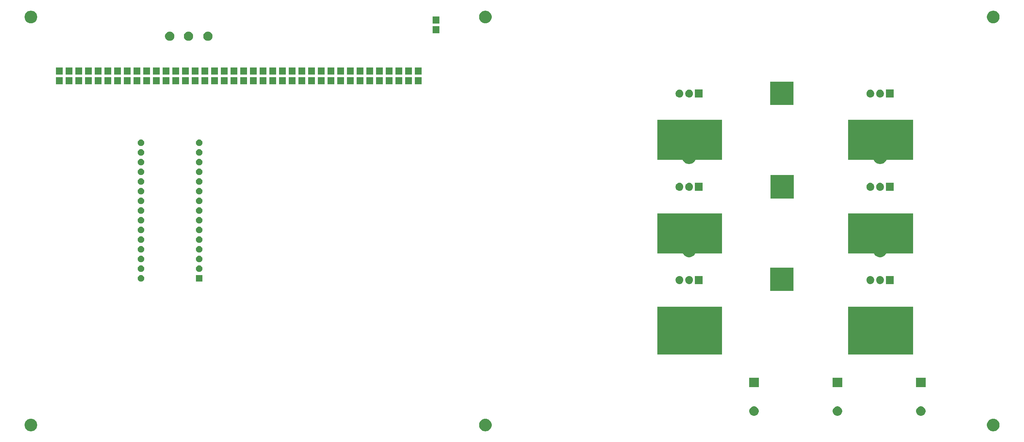
<source format=gbr>
G04 #@! TF.GenerationSoftware,KiCad,Pcbnew,(5.1.5)-3*
G04 #@! TF.CreationDate,2020-11-01T19:56:02+02:00*
G04 #@! TF.ProjectId,BLDC_FUSION_2020,424c4443-5f46-4555-9349-4f4e5f323032,2 Not Ordered*
G04 #@! TF.SameCoordinates,PX6dac2c0PY8583b00*
G04 #@! TF.FileFunction,Soldermask,Bot*
G04 #@! TF.FilePolarity,Negative*
%FSLAX46Y46*%
G04 Gerber Fmt 4.6, Leading zero omitted, Abs format (unit mm)*
G04 Created by KiCad (PCBNEW (5.1.5)-3) date 2020-11-01 19:56:02*
%MOMM*%
%LPD*%
G04 APERTURE LIST*
%ADD10C,0.100000*%
G04 APERTURE END LIST*
D10*
G36*
X256375256Y5608702D02*
G01*
X256481579Y5587553D01*
X256782042Y5463097D01*
X257052451Y5282415D01*
X257282415Y5052451D01*
X257463097Y4782042D01*
X257587553Y4481579D01*
X257651000Y4162609D01*
X257651000Y3837391D01*
X257587553Y3518421D01*
X257463097Y3217958D01*
X257282415Y2947549D01*
X257052451Y2717585D01*
X256782042Y2536903D01*
X256481579Y2412447D01*
X256375256Y2391298D01*
X256162611Y2349000D01*
X255837389Y2349000D01*
X255624744Y2391298D01*
X255518421Y2412447D01*
X255217958Y2536903D01*
X254947549Y2717585D01*
X254717585Y2947549D01*
X254536903Y3217958D01*
X254412447Y3518421D01*
X254349000Y3837391D01*
X254349000Y4162609D01*
X254412447Y4481579D01*
X254536903Y4782042D01*
X254717585Y5052451D01*
X254947549Y5282415D01*
X255217958Y5463097D01*
X255518421Y5587553D01*
X255624744Y5608702D01*
X255837389Y5651000D01*
X256162611Y5651000D01*
X256375256Y5608702D01*
G37*
G36*
X123375256Y5608702D02*
G01*
X123481579Y5587553D01*
X123782042Y5463097D01*
X124052451Y5282415D01*
X124282415Y5052451D01*
X124463097Y4782042D01*
X124587553Y4481579D01*
X124651000Y4162609D01*
X124651000Y3837391D01*
X124587553Y3518421D01*
X124463097Y3217958D01*
X124282415Y2947549D01*
X124052451Y2717585D01*
X123782042Y2536903D01*
X123481579Y2412447D01*
X123375256Y2391298D01*
X123162611Y2349000D01*
X122837389Y2349000D01*
X122624744Y2391298D01*
X122518421Y2412447D01*
X122217958Y2536903D01*
X121947549Y2717585D01*
X121717585Y2947549D01*
X121536903Y3217958D01*
X121412447Y3518421D01*
X121349000Y3837391D01*
X121349000Y4162609D01*
X121412447Y4481579D01*
X121536903Y4782042D01*
X121717585Y5052451D01*
X121947549Y5282415D01*
X122217958Y5463097D01*
X122518421Y5587553D01*
X122624744Y5608702D01*
X122837389Y5651000D01*
X123162611Y5651000D01*
X123375256Y5608702D01*
G37*
G36*
X4375256Y5608702D02*
G01*
X4481579Y5587553D01*
X4782042Y5463097D01*
X5052451Y5282415D01*
X5282415Y5052451D01*
X5463097Y4782042D01*
X5587553Y4481579D01*
X5651000Y4162609D01*
X5651000Y3837391D01*
X5587553Y3518421D01*
X5463097Y3217958D01*
X5282415Y2947549D01*
X5052451Y2717585D01*
X4782042Y2536903D01*
X4481579Y2412447D01*
X4375256Y2391298D01*
X4162611Y2349000D01*
X3837389Y2349000D01*
X3624744Y2391298D01*
X3518421Y2412447D01*
X3217958Y2536903D01*
X2947549Y2717585D01*
X2717585Y2947549D01*
X2536903Y3217958D01*
X2412447Y3518421D01*
X2349000Y3837391D01*
X2349000Y4162609D01*
X2412447Y4481579D01*
X2536903Y4782042D01*
X2717585Y5052451D01*
X2947549Y5282415D01*
X3217958Y5463097D01*
X3518421Y5587553D01*
X3624744Y5608702D01*
X3837389Y5651000D01*
X4162611Y5651000D01*
X4375256Y5608702D01*
G37*
G36*
X193720903Y8861925D02*
G01*
X193948571Y8767622D01*
X194153466Y8630715D01*
X194327715Y8456466D01*
X194464622Y8251571D01*
X194558925Y8023903D01*
X194607000Y7782213D01*
X194607000Y7535787D01*
X194558925Y7294097D01*
X194464622Y7066429D01*
X194327715Y6861534D01*
X194153466Y6687285D01*
X193948571Y6550378D01*
X193948570Y6550377D01*
X193948569Y6550377D01*
X193720903Y6456075D01*
X193479214Y6408000D01*
X193232786Y6408000D01*
X192991097Y6456075D01*
X192763431Y6550377D01*
X192763430Y6550377D01*
X192763429Y6550378D01*
X192558534Y6687285D01*
X192384285Y6861534D01*
X192247378Y7066429D01*
X192153075Y7294097D01*
X192105000Y7535787D01*
X192105000Y7782213D01*
X192153075Y8023903D01*
X192247378Y8251571D01*
X192384285Y8456466D01*
X192558534Y8630715D01*
X192763429Y8767622D01*
X192991097Y8861925D01*
X193232786Y8910000D01*
X193479214Y8910000D01*
X193720903Y8861925D01*
G37*
G36*
X215564903Y8861925D02*
G01*
X215792571Y8767622D01*
X215997466Y8630715D01*
X216171715Y8456466D01*
X216308622Y8251571D01*
X216402925Y8023903D01*
X216451000Y7782213D01*
X216451000Y7535787D01*
X216402925Y7294097D01*
X216308622Y7066429D01*
X216171715Y6861534D01*
X215997466Y6687285D01*
X215792571Y6550378D01*
X215792570Y6550377D01*
X215792569Y6550377D01*
X215564903Y6456075D01*
X215323214Y6408000D01*
X215076786Y6408000D01*
X214835097Y6456075D01*
X214607431Y6550377D01*
X214607430Y6550377D01*
X214607429Y6550378D01*
X214402534Y6687285D01*
X214228285Y6861534D01*
X214091378Y7066429D01*
X213997075Y7294097D01*
X213949000Y7535787D01*
X213949000Y7782213D01*
X213997075Y8023903D01*
X214091378Y8251571D01*
X214228285Y8456466D01*
X214402534Y8630715D01*
X214607429Y8767622D01*
X214835097Y8861925D01*
X215076786Y8910000D01*
X215323214Y8910000D01*
X215564903Y8861925D01*
G37*
G36*
X237408903Y8861925D02*
G01*
X237636571Y8767622D01*
X237841466Y8630715D01*
X238015715Y8456466D01*
X238152622Y8251571D01*
X238246925Y8023903D01*
X238295000Y7782213D01*
X238295000Y7535787D01*
X238246925Y7294097D01*
X238152622Y7066429D01*
X238015715Y6861534D01*
X237841466Y6687285D01*
X237636571Y6550378D01*
X237636570Y6550377D01*
X237636569Y6550377D01*
X237408903Y6456075D01*
X237167214Y6408000D01*
X236920786Y6408000D01*
X236679097Y6456075D01*
X236451431Y6550377D01*
X236451430Y6550377D01*
X236451429Y6550378D01*
X236246534Y6687285D01*
X236072285Y6861534D01*
X235935378Y7066429D01*
X235841075Y7294097D01*
X235793000Y7535787D01*
X235793000Y7782213D01*
X235841075Y8023903D01*
X235935378Y8251571D01*
X236072285Y8456466D01*
X236246534Y8630715D01*
X236451429Y8767622D01*
X236679097Y8861925D01*
X236920786Y8910000D01*
X237167214Y8910000D01*
X237408903Y8861925D01*
G37*
G36*
X238295000Y13908000D02*
G01*
X235793000Y13908000D01*
X235793000Y16410000D01*
X238295000Y16410000D01*
X238295000Y13908000D01*
G37*
G36*
X216451000Y13908000D02*
G01*
X213949000Y13908000D01*
X213949000Y16410000D01*
X216451000Y16410000D01*
X216451000Y13908000D01*
G37*
G36*
X194607000Y13908000D02*
G01*
X192105000Y13908000D01*
X192105000Y16410000D01*
X194607000Y16410000D01*
X194607000Y13908000D01*
G37*
G36*
X185000000Y22500000D02*
G01*
X168000000Y22500000D01*
X168000000Y35000000D01*
X185000000Y35000000D01*
X185000000Y22500000D01*
G37*
G36*
X235000000Y22500000D02*
G01*
X218000000Y22500000D01*
X218000000Y35000000D01*
X235000000Y35000000D01*
X235000000Y22500000D01*
G37*
G36*
X203703000Y39159000D02*
G01*
X197601000Y39159000D01*
X197601000Y45261000D01*
X203703000Y45261000D01*
X203703000Y39159000D01*
G37*
G36*
X226550720Y43052480D02*
G01*
X226739881Y42995099D01*
X226914212Y42901917D01*
X227067015Y42776515D01*
X227192417Y42623712D01*
X227232984Y42547816D01*
X227285598Y42449383D01*
X227285599Y42449380D01*
X227342980Y42260219D01*
X227357500Y42112793D01*
X227357500Y41919206D01*
X227342980Y41771780D01*
X227285599Y41582619D01*
X227192417Y41408288D01*
X227067015Y41255485D01*
X226914212Y41130083D01*
X226832333Y41086318D01*
X226739883Y41036902D01*
X226739880Y41036901D01*
X226550719Y40979520D01*
X226354000Y40960145D01*
X226157280Y40979520D01*
X225968119Y41036901D01*
X225793788Y41130083D01*
X225640985Y41255485D01*
X225515583Y41408288D01*
X225471818Y41490167D01*
X225422402Y41582617D01*
X225422401Y41582620D01*
X225365020Y41771781D01*
X225350500Y41919207D01*
X225350500Y42112794D01*
X225365020Y42260220D01*
X225422401Y42449381D01*
X225515583Y42623712D01*
X225640985Y42776515D01*
X225793788Y42901917D01*
X225968120Y42995099D01*
X226157281Y43052480D01*
X226354000Y43071855D01*
X226550720Y43052480D01*
G37*
G36*
X224010720Y43052480D02*
G01*
X224199881Y42995099D01*
X224374212Y42901917D01*
X224527015Y42776515D01*
X224652417Y42623712D01*
X224692984Y42547816D01*
X224745598Y42449383D01*
X224745599Y42449380D01*
X224802980Y42260219D01*
X224817500Y42112793D01*
X224817500Y41919206D01*
X224802980Y41771780D01*
X224745599Y41582619D01*
X224652417Y41408288D01*
X224527015Y41255485D01*
X224374212Y41130083D01*
X224292333Y41086318D01*
X224199883Y41036902D01*
X224199880Y41036901D01*
X224010719Y40979520D01*
X223814000Y40960145D01*
X223617280Y40979520D01*
X223428119Y41036901D01*
X223253788Y41130083D01*
X223100985Y41255485D01*
X222975583Y41408288D01*
X222931818Y41490167D01*
X222882402Y41582617D01*
X222882401Y41582620D01*
X222825020Y41771781D01*
X222810500Y41919207D01*
X222810500Y42112794D01*
X222825020Y42260220D01*
X222882401Y42449381D01*
X222975583Y42623712D01*
X223100985Y42776515D01*
X223253788Y42901917D01*
X223428120Y42995099D01*
X223617281Y43052480D01*
X223814000Y43071855D01*
X224010720Y43052480D01*
G37*
G36*
X176550720Y43052480D02*
G01*
X176739881Y42995099D01*
X176914212Y42901917D01*
X177067015Y42776515D01*
X177192417Y42623712D01*
X177232984Y42547816D01*
X177285598Y42449383D01*
X177285599Y42449380D01*
X177342980Y42260219D01*
X177357500Y42112793D01*
X177357500Y41919206D01*
X177342980Y41771780D01*
X177285599Y41582619D01*
X177192417Y41408288D01*
X177067015Y41255485D01*
X176914212Y41130083D01*
X176832333Y41086318D01*
X176739883Y41036902D01*
X176739880Y41036901D01*
X176550719Y40979520D01*
X176354000Y40960145D01*
X176157280Y40979520D01*
X175968119Y41036901D01*
X175793788Y41130083D01*
X175640985Y41255485D01*
X175515583Y41408288D01*
X175471818Y41490167D01*
X175422402Y41582617D01*
X175422401Y41582620D01*
X175365020Y41771781D01*
X175350500Y41919207D01*
X175350500Y42112794D01*
X175365020Y42260220D01*
X175422401Y42449381D01*
X175515583Y42623712D01*
X175640985Y42776515D01*
X175793788Y42901917D01*
X175968120Y42995099D01*
X176157281Y43052480D01*
X176354000Y43071855D01*
X176550720Y43052480D01*
G37*
G36*
X174010720Y43052480D02*
G01*
X174199881Y42995099D01*
X174374212Y42901917D01*
X174527015Y42776515D01*
X174652417Y42623712D01*
X174692984Y42547816D01*
X174745598Y42449383D01*
X174745599Y42449380D01*
X174802980Y42260219D01*
X174817500Y42112793D01*
X174817500Y41919206D01*
X174802980Y41771780D01*
X174745599Y41582619D01*
X174652417Y41408288D01*
X174527015Y41255485D01*
X174374212Y41130083D01*
X174292333Y41086318D01*
X174199883Y41036902D01*
X174199880Y41036901D01*
X174010719Y40979520D01*
X173814000Y40960145D01*
X173617280Y40979520D01*
X173428119Y41036901D01*
X173253788Y41130083D01*
X173100985Y41255485D01*
X172975583Y41408288D01*
X172931818Y41490167D01*
X172882402Y41582617D01*
X172882401Y41582620D01*
X172825020Y41771781D01*
X172810500Y41919207D01*
X172810500Y42112794D01*
X172825020Y42260220D01*
X172882401Y42449381D01*
X172975583Y42623712D01*
X173100985Y42776515D01*
X173253788Y42901917D01*
X173428120Y42995099D01*
X173617281Y43052480D01*
X173814000Y43071855D01*
X174010720Y43052480D01*
G37*
G36*
X229897500Y40965000D02*
G01*
X227890500Y40965000D01*
X227890500Y43067000D01*
X229897500Y43067000D01*
X229897500Y40965000D01*
G37*
G36*
X179897500Y40965000D02*
G01*
X177890500Y40965000D01*
X177890500Y43067000D01*
X179897500Y43067000D01*
X179897500Y40965000D01*
G37*
G36*
X48919000Y41613000D02*
G01*
X47217000Y41613000D01*
X47217000Y43315000D01*
X48919000Y43315000D01*
X48919000Y41613000D01*
G37*
G36*
X33076228Y43282297D02*
G01*
X33231100Y43218147D01*
X33370481Y43125015D01*
X33489015Y43006481D01*
X33582147Y42867100D01*
X33646297Y42712228D01*
X33679000Y42547816D01*
X33679000Y42380184D01*
X33646297Y42215772D01*
X33582147Y42060900D01*
X33489015Y41921519D01*
X33370481Y41802985D01*
X33231100Y41709853D01*
X33076228Y41645703D01*
X32911816Y41613000D01*
X32744184Y41613000D01*
X32579772Y41645703D01*
X32424900Y41709853D01*
X32285519Y41802985D01*
X32166985Y41921519D01*
X32073853Y42060900D01*
X32009703Y42215772D01*
X31977000Y42380184D01*
X31977000Y42547816D01*
X32009703Y42712228D01*
X32073853Y42867100D01*
X32166985Y43006481D01*
X32285519Y43125015D01*
X32424900Y43218147D01*
X32579772Y43282297D01*
X32744184Y43315000D01*
X32911816Y43315000D01*
X33076228Y43282297D01*
G37*
G36*
X48316228Y45822297D02*
G01*
X48471100Y45758147D01*
X48610481Y45665015D01*
X48729015Y45546481D01*
X48822147Y45407100D01*
X48886297Y45252228D01*
X48919000Y45087816D01*
X48919000Y44920184D01*
X48886297Y44755772D01*
X48822147Y44600900D01*
X48729015Y44461519D01*
X48610481Y44342985D01*
X48471100Y44249853D01*
X48316228Y44185703D01*
X48151816Y44153000D01*
X47984184Y44153000D01*
X47819772Y44185703D01*
X47664900Y44249853D01*
X47525519Y44342985D01*
X47406985Y44461519D01*
X47313853Y44600900D01*
X47249703Y44755772D01*
X47217000Y44920184D01*
X47217000Y45087816D01*
X47249703Y45252228D01*
X47313853Y45407100D01*
X47406985Y45546481D01*
X47525519Y45665015D01*
X47664900Y45758147D01*
X47819772Y45822297D01*
X47984184Y45855000D01*
X48151816Y45855000D01*
X48316228Y45822297D01*
G37*
G36*
X33076228Y45822297D02*
G01*
X33231100Y45758147D01*
X33370481Y45665015D01*
X33489015Y45546481D01*
X33582147Y45407100D01*
X33646297Y45252228D01*
X33679000Y45087816D01*
X33679000Y44920184D01*
X33646297Y44755772D01*
X33582147Y44600900D01*
X33489015Y44461519D01*
X33370481Y44342985D01*
X33231100Y44249853D01*
X33076228Y44185703D01*
X32911816Y44153000D01*
X32744184Y44153000D01*
X32579772Y44185703D01*
X32424900Y44249853D01*
X32285519Y44342985D01*
X32166985Y44461519D01*
X32073853Y44600900D01*
X32009703Y44755772D01*
X31977000Y44920184D01*
X31977000Y45087816D01*
X32009703Y45252228D01*
X32073853Y45407100D01*
X32166985Y45546481D01*
X32285519Y45665015D01*
X32424900Y45758147D01*
X32579772Y45822297D01*
X32744184Y45855000D01*
X32911816Y45855000D01*
X33076228Y45822297D01*
G37*
G36*
X33076228Y48362297D02*
G01*
X33231100Y48298147D01*
X33370481Y48205015D01*
X33489015Y48086481D01*
X33582147Y47947100D01*
X33646297Y47792228D01*
X33679000Y47627816D01*
X33679000Y47460184D01*
X33646297Y47295772D01*
X33582147Y47140900D01*
X33489015Y47001519D01*
X33370481Y46882985D01*
X33231100Y46789853D01*
X33076228Y46725703D01*
X32911816Y46693000D01*
X32744184Y46693000D01*
X32579772Y46725703D01*
X32424900Y46789853D01*
X32285519Y46882985D01*
X32166985Y47001519D01*
X32073853Y47140900D01*
X32009703Y47295772D01*
X31977000Y47460184D01*
X31977000Y47627816D01*
X32009703Y47792228D01*
X32073853Y47947100D01*
X32166985Y48086481D01*
X32285519Y48205015D01*
X32424900Y48298147D01*
X32579772Y48362297D01*
X32744184Y48395000D01*
X32911816Y48395000D01*
X33076228Y48362297D01*
G37*
G36*
X48316228Y48362297D02*
G01*
X48471100Y48298147D01*
X48610481Y48205015D01*
X48729015Y48086481D01*
X48822147Y47947100D01*
X48886297Y47792228D01*
X48919000Y47627816D01*
X48919000Y47460184D01*
X48886297Y47295772D01*
X48822147Y47140900D01*
X48729015Y47001519D01*
X48610481Y46882985D01*
X48471100Y46789853D01*
X48316228Y46725703D01*
X48151816Y46693000D01*
X47984184Y46693000D01*
X47819772Y46725703D01*
X47664900Y46789853D01*
X47525519Y46882985D01*
X47406985Y47001519D01*
X47313853Y47140900D01*
X47249703Y47295772D01*
X47217000Y47460184D01*
X47217000Y47627816D01*
X47249703Y47792228D01*
X47313853Y47947100D01*
X47406985Y48086481D01*
X47525519Y48205015D01*
X47664900Y48298147D01*
X47819772Y48362297D01*
X47984184Y48395000D01*
X48151816Y48395000D01*
X48316228Y48362297D01*
G37*
G36*
X235000000Y49000000D02*
G01*
X228051647Y49000000D01*
X228027261Y48997598D01*
X228003812Y48990485D01*
X227982201Y48978934D01*
X227963259Y48963389D01*
X227947714Y48944447D01*
X227752928Y48652930D01*
X227502070Y48402072D01*
X227207092Y48204974D01*
X226879331Y48069211D01*
X226531384Y48000000D01*
X226176616Y48000000D01*
X225828669Y48069211D01*
X225500908Y48204974D01*
X225205930Y48402072D01*
X224955072Y48652930D01*
X224760286Y48944447D01*
X224744741Y48963389D01*
X224725799Y48978934D01*
X224704188Y48990485D01*
X224680739Y48997598D01*
X224656353Y49000000D01*
X218000000Y49000000D01*
X218000000Y59500000D01*
X235000000Y59500000D01*
X235000000Y49000000D01*
G37*
G36*
X185000000Y49000000D02*
G01*
X178051647Y49000000D01*
X178027261Y48997598D01*
X178003812Y48990485D01*
X177982201Y48978934D01*
X177963259Y48963389D01*
X177947714Y48944447D01*
X177752928Y48652930D01*
X177502070Y48402072D01*
X177207092Y48204974D01*
X176879331Y48069211D01*
X176531384Y48000000D01*
X176176616Y48000000D01*
X175828669Y48069211D01*
X175500908Y48204974D01*
X175205930Y48402072D01*
X174955072Y48652930D01*
X174760286Y48944447D01*
X174744741Y48963389D01*
X174725799Y48978934D01*
X174704188Y48990485D01*
X174680739Y48997598D01*
X174656353Y49000000D01*
X168000000Y49000000D01*
X168000000Y59500000D01*
X185000000Y59500000D01*
X185000000Y49000000D01*
G37*
G36*
X48316228Y50902297D02*
G01*
X48471100Y50838147D01*
X48610481Y50745015D01*
X48729015Y50626481D01*
X48822147Y50487100D01*
X48886297Y50332228D01*
X48919000Y50167816D01*
X48919000Y50000184D01*
X48886297Y49835772D01*
X48822147Y49680900D01*
X48729015Y49541519D01*
X48610481Y49422985D01*
X48471100Y49329853D01*
X48316228Y49265703D01*
X48151816Y49233000D01*
X47984184Y49233000D01*
X47819772Y49265703D01*
X47664900Y49329853D01*
X47525519Y49422985D01*
X47406985Y49541519D01*
X47313853Y49680900D01*
X47249703Y49835772D01*
X47217000Y50000184D01*
X47217000Y50167816D01*
X47249703Y50332228D01*
X47313853Y50487100D01*
X47406985Y50626481D01*
X47525519Y50745015D01*
X47664900Y50838147D01*
X47819772Y50902297D01*
X47984184Y50935000D01*
X48151816Y50935000D01*
X48316228Y50902297D01*
G37*
G36*
X33076228Y50902297D02*
G01*
X33231100Y50838147D01*
X33370481Y50745015D01*
X33489015Y50626481D01*
X33582147Y50487100D01*
X33646297Y50332228D01*
X33679000Y50167816D01*
X33679000Y50000184D01*
X33646297Y49835772D01*
X33582147Y49680900D01*
X33489015Y49541519D01*
X33370481Y49422985D01*
X33231100Y49329853D01*
X33076228Y49265703D01*
X32911816Y49233000D01*
X32744184Y49233000D01*
X32579772Y49265703D01*
X32424900Y49329853D01*
X32285519Y49422985D01*
X32166985Y49541519D01*
X32073853Y49680900D01*
X32009703Y49835772D01*
X31977000Y50000184D01*
X31977000Y50167816D01*
X32009703Y50332228D01*
X32073853Y50487100D01*
X32166985Y50626481D01*
X32285519Y50745015D01*
X32424900Y50838147D01*
X32579772Y50902297D01*
X32744184Y50935000D01*
X32911816Y50935000D01*
X33076228Y50902297D01*
G37*
G36*
X33076228Y53442297D02*
G01*
X33231100Y53378147D01*
X33370481Y53285015D01*
X33489015Y53166481D01*
X33582147Y53027100D01*
X33646297Y52872228D01*
X33679000Y52707816D01*
X33679000Y52540184D01*
X33646297Y52375772D01*
X33582147Y52220900D01*
X33489015Y52081519D01*
X33370481Y51962985D01*
X33231100Y51869853D01*
X33076228Y51805703D01*
X32911816Y51773000D01*
X32744184Y51773000D01*
X32579772Y51805703D01*
X32424900Y51869853D01*
X32285519Y51962985D01*
X32166985Y52081519D01*
X32073853Y52220900D01*
X32009703Y52375772D01*
X31977000Y52540184D01*
X31977000Y52707816D01*
X32009703Y52872228D01*
X32073853Y53027100D01*
X32166985Y53166481D01*
X32285519Y53285015D01*
X32424900Y53378147D01*
X32579772Y53442297D01*
X32744184Y53475000D01*
X32911816Y53475000D01*
X33076228Y53442297D01*
G37*
G36*
X48316228Y53442297D02*
G01*
X48471100Y53378147D01*
X48610481Y53285015D01*
X48729015Y53166481D01*
X48822147Y53027100D01*
X48886297Y52872228D01*
X48919000Y52707816D01*
X48919000Y52540184D01*
X48886297Y52375772D01*
X48822147Y52220900D01*
X48729015Y52081519D01*
X48610481Y51962985D01*
X48471100Y51869853D01*
X48316228Y51805703D01*
X48151816Y51773000D01*
X47984184Y51773000D01*
X47819772Y51805703D01*
X47664900Y51869853D01*
X47525519Y51962985D01*
X47406985Y52081519D01*
X47313853Y52220900D01*
X47249703Y52375772D01*
X47217000Y52540184D01*
X47217000Y52707816D01*
X47249703Y52872228D01*
X47313853Y53027100D01*
X47406985Y53166481D01*
X47525519Y53285015D01*
X47664900Y53378147D01*
X47819772Y53442297D01*
X47984184Y53475000D01*
X48151816Y53475000D01*
X48316228Y53442297D01*
G37*
G36*
X33076228Y55982297D02*
G01*
X33231100Y55918147D01*
X33370481Y55825015D01*
X33489015Y55706481D01*
X33582147Y55567100D01*
X33646297Y55412228D01*
X33679000Y55247816D01*
X33679000Y55080184D01*
X33646297Y54915772D01*
X33582147Y54760900D01*
X33489015Y54621519D01*
X33370481Y54502985D01*
X33231100Y54409853D01*
X33076228Y54345703D01*
X32911816Y54313000D01*
X32744184Y54313000D01*
X32579772Y54345703D01*
X32424900Y54409853D01*
X32285519Y54502985D01*
X32166985Y54621519D01*
X32073853Y54760900D01*
X32009703Y54915772D01*
X31977000Y55080184D01*
X31977000Y55247816D01*
X32009703Y55412228D01*
X32073853Y55567100D01*
X32166985Y55706481D01*
X32285519Y55825015D01*
X32424900Y55918147D01*
X32579772Y55982297D01*
X32744184Y56015000D01*
X32911816Y56015000D01*
X33076228Y55982297D01*
G37*
G36*
X48316228Y55982297D02*
G01*
X48471100Y55918147D01*
X48610481Y55825015D01*
X48729015Y55706481D01*
X48822147Y55567100D01*
X48886297Y55412228D01*
X48919000Y55247816D01*
X48919000Y55080184D01*
X48886297Y54915772D01*
X48822147Y54760900D01*
X48729015Y54621519D01*
X48610481Y54502985D01*
X48471100Y54409853D01*
X48316228Y54345703D01*
X48151816Y54313000D01*
X47984184Y54313000D01*
X47819772Y54345703D01*
X47664900Y54409853D01*
X47525519Y54502985D01*
X47406985Y54621519D01*
X47313853Y54760900D01*
X47249703Y54915772D01*
X47217000Y55080184D01*
X47217000Y55247816D01*
X47249703Y55412228D01*
X47313853Y55567100D01*
X47406985Y55706481D01*
X47525519Y55825015D01*
X47664900Y55918147D01*
X47819772Y55982297D01*
X47984184Y56015000D01*
X48151816Y56015000D01*
X48316228Y55982297D01*
G37*
G36*
X48316228Y58522297D02*
G01*
X48471100Y58458147D01*
X48610481Y58365015D01*
X48729015Y58246481D01*
X48822147Y58107100D01*
X48886297Y57952228D01*
X48919000Y57787816D01*
X48919000Y57620184D01*
X48886297Y57455772D01*
X48822147Y57300900D01*
X48729015Y57161519D01*
X48610481Y57042985D01*
X48471100Y56949853D01*
X48316228Y56885703D01*
X48151816Y56853000D01*
X47984184Y56853000D01*
X47819772Y56885703D01*
X47664900Y56949853D01*
X47525519Y57042985D01*
X47406985Y57161519D01*
X47313853Y57300900D01*
X47249703Y57455772D01*
X47217000Y57620184D01*
X47217000Y57787816D01*
X47249703Y57952228D01*
X47313853Y58107100D01*
X47406985Y58246481D01*
X47525519Y58365015D01*
X47664900Y58458147D01*
X47819772Y58522297D01*
X47984184Y58555000D01*
X48151816Y58555000D01*
X48316228Y58522297D01*
G37*
G36*
X33076228Y58522297D02*
G01*
X33231100Y58458147D01*
X33370481Y58365015D01*
X33489015Y58246481D01*
X33582147Y58107100D01*
X33646297Y57952228D01*
X33679000Y57787816D01*
X33679000Y57620184D01*
X33646297Y57455772D01*
X33582147Y57300900D01*
X33489015Y57161519D01*
X33370481Y57042985D01*
X33231100Y56949853D01*
X33076228Y56885703D01*
X32911816Y56853000D01*
X32744184Y56853000D01*
X32579772Y56885703D01*
X32424900Y56949853D01*
X32285519Y57042985D01*
X32166985Y57161519D01*
X32073853Y57300900D01*
X32009703Y57455772D01*
X31977000Y57620184D01*
X31977000Y57787816D01*
X32009703Y57952228D01*
X32073853Y58107100D01*
X32166985Y58246481D01*
X32285519Y58365015D01*
X32424900Y58458147D01*
X32579772Y58522297D01*
X32744184Y58555000D01*
X32911816Y58555000D01*
X33076228Y58522297D01*
G37*
G36*
X33076228Y61062297D02*
G01*
X33231100Y60998147D01*
X33370481Y60905015D01*
X33489015Y60786481D01*
X33582147Y60647100D01*
X33646297Y60492228D01*
X33679000Y60327816D01*
X33679000Y60160184D01*
X33646297Y59995772D01*
X33582147Y59840900D01*
X33489015Y59701519D01*
X33370481Y59582985D01*
X33231100Y59489853D01*
X33076228Y59425703D01*
X32911816Y59393000D01*
X32744184Y59393000D01*
X32579772Y59425703D01*
X32424900Y59489853D01*
X32285519Y59582985D01*
X32166985Y59701519D01*
X32073853Y59840900D01*
X32009703Y59995772D01*
X31977000Y60160184D01*
X31977000Y60327816D01*
X32009703Y60492228D01*
X32073853Y60647100D01*
X32166985Y60786481D01*
X32285519Y60905015D01*
X32424900Y60998147D01*
X32579772Y61062297D01*
X32744184Y61095000D01*
X32911816Y61095000D01*
X33076228Y61062297D01*
G37*
G36*
X48316228Y61062297D02*
G01*
X48471100Y60998147D01*
X48610481Y60905015D01*
X48729015Y60786481D01*
X48822147Y60647100D01*
X48886297Y60492228D01*
X48919000Y60327816D01*
X48919000Y60160184D01*
X48886297Y59995772D01*
X48822147Y59840900D01*
X48729015Y59701519D01*
X48610481Y59582985D01*
X48471100Y59489853D01*
X48316228Y59425703D01*
X48151816Y59393000D01*
X47984184Y59393000D01*
X47819772Y59425703D01*
X47664900Y59489853D01*
X47525519Y59582985D01*
X47406985Y59701519D01*
X47313853Y59840900D01*
X47249703Y59995772D01*
X47217000Y60160184D01*
X47217000Y60327816D01*
X47249703Y60492228D01*
X47313853Y60647100D01*
X47406985Y60786481D01*
X47525519Y60905015D01*
X47664900Y60998147D01*
X47819772Y61062297D01*
X47984184Y61095000D01*
X48151816Y61095000D01*
X48316228Y61062297D01*
G37*
G36*
X33076228Y63602297D02*
G01*
X33231100Y63538147D01*
X33370481Y63445015D01*
X33489015Y63326481D01*
X33582147Y63187100D01*
X33646297Y63032228D01*
X33679000Y62867816D01*
X33679000Y62700184D01*
X33646297Y62535772D01*
X33582147Y62380900D01*
X33489015Y62241519D01*
X33370481Y62122985D01*
X33231100Y62029853D01*
X33076228Y61965703D01*
X32911816Y61933000D01*
X32744184Y61933000D01*
X32579772Y61965703D01*
X32424900Y62029853D01*
X32285519Y62122985D01*
X32166985Y62241519D01*
X32073853Y62380900D01*
X32009703Y62535772D01*
X31977000Y62700184D01*
X31977000Y62867816D01*
X32009703Y63032228D01*
X32073853Y63187100D01*
X32166985Y63326481D01*
X32285519Y63445015D01*
X32424900Y63538147D01*
X32579772Y63602297D01*
X32744184Y63635000D01*
X32911816Y63635000D01*
X33076228Y63602297D01*
G37*
G36*
X48316228Y63602297D02*
G01*
X48471100Y63538147D01*
X48610481Y63445015D01*
X48729015Y63326481D01*
X48822147Y63187100D01*
X48886297Y63032228D01*
X48919000Y62867816D01*
X48919000Y62700184D01*
X48886297Y62535772D01*
X48822147Y62380900D01*
X48729015Y62241519D01*
X48610481Y62122985D01*
X48471100Y62029853D01*
X48316228Y61965703D01*
X48151816Y61933000D01*
X47984184Y61933000D01*
X47819772Y61965703D01*
X47664900Y62029853D01*
X47525519Y62122985D01*
X47406985Y62241519D01*
X47313853Y62380900D01*
X47249703Y62535772D01*
X47217000Y62700184D01*
X47217000Y62867816D01*
X47249703Y63032228D01*
X47313853Y63187100D01*
X47406985Y63326481D01*
X47525519Y63445015D01*
X47664900Y63538147D01*
X47819772Y63602297D01*
X47984184Y63635000D01*
X48151816Y63635000D01*
X48316228Y63602297D01*
G37*
G36*
X203773000Y63416000D02*
G01*
X197671000Y63416000D01*
X197671000Y69518000D01*
X203773000Y69518000D01*
X203773000Y63416000D01*
G37*
G36*
X33076228Y66142297D02*
G01*
X33231100Y66078147D01*
X33370481Y65985015D01*
X33489015Y65866481D01*
X33582147Y65727100D01*
X33646297Y65572228D01*
X33679000Y65407816D01*
X33679000Y65240184D01*
X33646297Y65075772D01*
X33582147Y64920900D01*
X33489015Y64781519D01*
X33370481Y64662985D01*
X33231100Y64569853D01*
X33076228Y64505703D01*
X32911816Y64473000D01*
X32744184Y64473000D01*
X32579772Y64505703D01*
X32424900Y64569853D01*
X32285519Y64662985D01*
X32166985Y64781519D01*
X32073853Y64920900D01*
X32009703Y65075772D01*
X31977000Y65240184D01*
X31977000Y65407816D01*
X32009703Y65572228D01*
X32073853Y65727100D01*
X32166985Y65866481D01*
X32285519Y65985015D01*
X32424900Y66078147D01*
X32579772Y66142297D01*
X32744184Y66175000D01*
X32911816Y66175000D01*
X33076228Y66142297D01*
G37*
G36*
X48316228Y66142297D02*
G01*
X48471100Y66078147D01*
X48610481Y65985015D01*
X48729015Y65866481D01*
X48822147Y65727100D01*
X48886297Y65572228D01*
X48919000Y65407816D01*
X48919000Y65240184D01*
X48886297Y65075772D01*
X48822147Y64920900D01*
X48729015Y64781519D01*
X48610481Y64662985D01*
X48471100Y64569853D01*
X48316228Y64505703D01*
X48151816Y64473000D01*
X47984184Y64473000D01*
X47819772Y64505703D01*
X47664900Y64569853D01*
X47525519Y64662985D01*
X47406985Y64781519D01*
X47313853Y64920900D01*
X47249703Y65075772D01*
X47217000Y65240184D01*
X47217000Y65407816D01*
X47249703Y65572228D01*
X47313853Y65727100D01*
X47406985Y65866481D01*
X47525519Y65985015D01*
X47664900Y66078147D01*
X47819772Y66142297D01*
X47984184Y66175000D01*
X48151816Y66175000D01*
X48316228Y66142297D01*
G37*
G36*
X224010720Y67497480D02*
G01*
X224199881Y67440099D01*
X224374212Y67346917D01*
X224527015Y67221515D01*
X224652417Y67068712D01*
X224696182Y66986833D01*
X224745598Y66894383D01*
X224745599Y66894380D01*
X224802980Y66705219D01*
X224817500Y66557793D01*
X224817500Y66364206D01*
X224802980Y66216780D01*
X224745599Y66027619D01*
X224652417Y65853288D01*
X224527015Y65700485D01*
X224374212Y65575083D01*
X224292333Y65531318D01*
X224199883Y65481902D01*
X224199880Y65481901D01*
X224010719Y65424520D01*
X223814000Y65405145D01*
X223617280Y65424520D01*
X223428119Y65481901D01*
X223253788Y65575083D01*
X223100985Y65700485D01*
X222975583Y65853288D01*
X222931818Y65935167D01*
X222882402Y66027617D01*
X222847615Y66142295D01*
X222825020Y66216781D01*
X222810500Y66364207D01*
X222810500Y66557794D01*
X222825020Y66705220D01*
X222882401Y66894381D01*
X222975583Y67068712D01*
X223100985Y67221515D01*
X223253788Y67346917D01*
X223428120Y67440099D01*
X223617281Y67497480D01*
X223814000Y67516855D01*
X224010720Y67497480D01*
G37*
G36*
X174010720Y67497480D02*
G01*
X174199881Y67440099D01*
X174374212Y67346917D01*
X174527015Y67221515D01*
X174652417Y67068712D01*
X174696182Y66986833D01*
X174745598Y66894383D01*
X174745599Y66894380D01*
X174802980Y66705219D01*
X174817500Y66557793D01*
X174817500Y66364206D01*
X174802980Y66216780D01*
X174745599Y66027619D01*
X174652417Y65853288D01*
X174527015Y65700485D01*
X174374212Y65575083D01*
X174292333Y65531318D01*
X174199883Y65481902D01*
X174199880Y65481901D01*
X174010719Y65424520D01*
X173814000Y65405145D01*
X173617280Y65424520D01*
X173428119Y65481901D01*
X173253788Y65575083D01*
X173100985Y65700485D01*
X172975583Y65853288D01*
X172931818Y65935167D01*
X172882402Y66027617D01*
X172847615Y66142295D01*
X172825020Y66216781D01*
X172810500Y66364207D01*
X172810500Y66557794D01*
X172825020Y66705220D01*
X172882401Y66894381D01*
X172975583Y67068712D01*
X173100985Y67221515D01*
X173253788Y67346917D01*
X173428120Y67440099D01*
X173617281Y67497480D01*
X173814000Y67516855D01*
X174010720Y67497480D01*
G37*
G36*
X176550720Y67497480D02*
G01*
X176739881Y67440099D01*
X176914212Y67346917D01*
X177067015Y67221515D01*
X177192417Y67068712D01*
X177236182Y66986833D01*
X177285598Y66894383D01*
X177285599Y66894380D01*
X177342980Y66705219D01*
X177357500Y66557793D01*
X177357500Y66364206D01*
X177342980Y66216780D01*
X177285599Y66027619D01*
X177192417Y65853288D01*
X177067015Y65700485D01*
X176914212Y65575083D01*
X176832333Y65531318D01*
X176739883Y65481902D01*
X176739880Y65481901D01*
X176550719Y65424520D01*
X176354000Y65405145D01*
X176157280Y65424520D01*
X175968119Y65481901D01*
X175793788Y65575083D01*
X175640985Y65700485D01*
X175515583Y65853288D01*
X175471818Y65935167D01*
X175422402Y66027617D01*
X175387615Y66142295D01*
X175365020Y66216781D01*
X175350500Y66364207D01*
X175350500Y66557794D01*
X175365020Y66705220D01*
X175422401Y66894381D01*
X175515583Y67068712D01*
X175640985Y67221515D01*
X175793788Y67346917D01*
X175968120Y67440099D01*
X176157281Y67497480D01*
X176354000Y67516855D01*
X176550720Y67497480D01*
G37*
G36*
X226550720Y67497480D02*
G01*
X226739881Y67440099D01*
X226914212Y67346917D01*
X227067015Y67221515D01*
X227192417Y67068712D01*
X227236182Y66986833D01*
X227285598Y66894383D01*
X227285599Y66894380D01*
X227342980Y66705219D01*
X227357500Y66557793D01*
X227357500Y66364206D01*
X227342980Y66216780D01*
X227285599Y66027619D01*
X227192417Y65853288D01*
X227067015Y65700485D01*
X226914212Y65575083D01*
X226832333Y65531318D01*
X226739883Y65481902D01*
X226739880Y65481901D01*
X226550719Y65424520D01*
X226354000Y65405145D01*
X226157280Y65424520D01*
X225968119Y65481901D01*
X225793788Y65575083D01*
X225640985Y65700485D01*
X225515583Y65853288D01*
X225471818Y65935167D01*
X225422402Y66027617D01*
X225387615Y66142295D01*
X225365020Y66216781D01*
X225350500Y66364207D01*
X225350500Y66557794D01*
X225365020Y66705220D01*
X225422401Y66894381D01*
X225515583Y67068712D01*
X225640985Y67221515D01*
X225793788Y67346917D01*
X225968120Y67440099D01*
X226157281Y67497480D01*
X226354000Y67516855D01*
X226550720Y67497480D01*
G37*
G36*
X229897500Y65410000D02*
G01*
X227890500Y65410000D01*
X227890500Y67512000D01*
X229897500Y67512000D01*
X229897500Y65410000D01*
G37*
G36*
X179897500Y65410000D02*
G01*
X177890500Y65410000D01*
X177890500Y67512000D01*
X179897500Y67512000D01*
X179897500Y65410000D01*
G37*
G36*
X48316228Y68682297D02*
G01*
X48471100Y68618147D01*
X48610481Y68525015D01*
X48729015Y68406481D01*
X48822147Y68267100D01*
X48886297Y68112228D01*
X48919000Y67947816D01*
X48919000Y67780184D01*
X48886297Y67615772D01*
X48822147Y67460900D01*
X48729015Y67321519D01*
X48610481Y67202985D01*
X48471100Y67109853D01*
X48316228Y67045703D01*
X48151816Y67013000D01*
X47984184Y67013000D01*
X47819772Y67045703D01*
X47664900Y67109853D01*
X47525519Y67202985D01*
X47406985Y67321519D01*
X47313853Y67460900D01*
X47249703Y67615772D01*
X47217000Y67780184D01*
X47217000Y67947816D01*
X47249703Y68112228D01*
X47313853Y68267100D01*
X47406985Y68406481D01*
X47525519Y68525015D01*
X47664900Y68618147D01*
X47819772Y68682297D01*
X47984184Y68715000D01*
X48151816Y68715000D01*
X48316228Y68682297D01*
G37*
G36*
X33076228Y68682297D02*
G01*
X33231100Y68618147D01*
X33370481Y68525015D01*
X33489015Y68406481D01*
X33582147Y68267100D01*
X33646297Y68112228D01*
X33679000Y67947816D01*
X33679000Y67780184D01*
X33646297Y67615772D01*
X33582147Y67460900D01*
X33489015Y67321519D01*
X33370481Y67202985D01*
X33231100Y67109853D01*
X33076228Y67045703D01*
X32911816Y67013000D01*
X32744184Y67013000D01*
X32579772Y67045703D01*
X32424900Y67109853D01*
X32285519Y67202985D01*
X32166985Y67321519D01*
X32073853Y67460900D01*
X32009703Y67615772D01*
X31977000Y67780184D01*
X31977000Y67947816D01*
X32009703Y68112228D01*
X32073853Y68267100D01*
X32166985Y68406481D01*
X32285519Y68525015D01*
X32424900Y68618147D01*
X32579772Y68682297D01*
X32744184Y68715000D01*
X32911816Y68715000D01*
X33076228Y68682297D01*
G37*
G36*
X48316228Y71222297D02*
G01*
X48471100Y71158147D01*
X48610481Y71065015D01*
X48729015Y70946481D01*
X48822147Y70807100D01*
X48886297Y70652228D01*
X48919000Y70487816D01*
X48919000Y70320184D01*
X48886297Y70155772D01*
X48822147Y70000900D01*
X48729015Y69861519D01*
X48610481Y69742985D01*
X48471100Y69649853D01*
X48316228Y69585703D01*
X48151816Y69553000D01*
X47984184Y69553000D01*
X47819772Y69585703D01*
X47664900Y69649853D01*
X47525519Y69742985D01*
X47406985Y69861519D01*
X47313853Y70000900D01*
X47249703Y70155772D01*
X47217000Y70320184D01*
X47217000Y70487816D01*
X47249703Y70652228D01*
X47313853Y70807100D01*
X47406985Y70946481D01*
X47525519Y71065015D01*
X47664900Y71158147D01*
X47819772Y71222297D01*
X47984184Y71255000D01*
X48151816Y71255000D01*
X48316228Y71222297D01*
G37*
G36*
X33076228Y71222297D02*
G01*
X33231100Y71158147D01*
X33370481Y71065015D01*
X33489015Y70946481D01*
X33582147Y70807100D01*
X33646297Y70652228D01*
X33679000Y70487816D01*
X33679000Y70320184D01*
X33646297Y70155772D01*
X33582147Y70000900D01*
X33489015Y69861519D01*
X33370481Y69742985D01*
X33231100Y69649853D01*
X33076228Y69585703D01*
X32911816Y69553000D01*
X32744184Y69553000D01*
X32579772Y69585703D01*
X32424900Y69649853D01*
X32285519Y69742985D01*
X32166985Y69861519D01*
X32073853Y70000900D01*
X32009703Y70155772D01*
X31977000Y70320184D01*
X31977000Y70487816D01*
X32009703Y70652228D01*
X32073853Y70807100D01*
X32166985Y70946481D01*
X32285519Y71065015D01*
X32424900Y71158147D01*
X32579772Y71222297D01*
X32744184Y71255000D01*
X32911816Y71255000D01*
X33076228Y71222297D01*
G37*
G36*
X33076228Y73762297D02*
G01*
X33231100Y73698147D01*
X33370481Y73605015D01*
X33489015Y73486481D01*
X33582147Y73347100D01*
X33646297Y73192228D01*
X33679000Y73027816D01*
X33679000Y72860184D01*
X33646297Y72695772D01*
X33582147Y72540900D01*
X33489015Y72401519D01*
X33370481Y72282985D01*
X33231100Y72189853D01*
X33076228Y72125703D01*
X32911816Y72093000D01*
X32744184Y72093000D01*
X32579772Y72125703D01*
X32424900Y72189853D01*
X32285519Y72282985D01*
X32166985Y72401519D01*
X32073853Y72540900D01*
X32009703Y72695772D01*
X31977000Y72860184D01*
X31977000Y73027816D01*
X32009703Y73192228D01*
X32073853Y73347100D01*
X32166985Y73486481D01*
X32285519Y73605015D01*
X32424900Y73698147D01*
X32579772Y73762297D01*
X32744184Y73795000D01*
X32911816Y73795000D01*
X33076228Y73762297D01*
G37*
G36*
X48316228Y73762297D02*
G01*
X48471100Y73698147D01*
X48610481Y73605015D01*
X48729015Y73486481D01*
X48822147Y73347100D01*
X48886297Y73192228D01*
X48919000Y73027816D01*
X48919000Y72860184D01*
X48886297Y72695772D01*
X48822147Y72540900D01*
X48729015Y72401519D01*
X48610481Y72282985D01*
X48471100Y72189853D01*
X48316228Y72125703D01*
X48151816Y72093000D01*
X47984184Y72093000D01*
X47819772Y72125703D01*
X47664900Y72189853D01*
X47525519Y72282985D01*
X47406985Y72401519D01*
X47313853Y72540900D01*
X47249703Y72695772D01*
X47217000Y72860184D01*
X47217000Y73027816D01*
X47249703Y73192228D01*
X47313853Y73347100D01*
X47406985Y73486481D01*
X47525519Y73605015D01*
X47664900Y73698147D01*
X47819772Y73762297D01*
X47984184Y73795000D01*
X48151816Y73795000D01*
X48316228Y73762297D01*
G37*
G36*
X185000000Y73500000D02*
G01*
X178079564Y73500000D01*
X178055178Y73497598D01*
X178031729Y73490485D01*
X178010118Y73478934D01*
X177991176Y73463389D01*
X177975631Y73444447D01*
X177964080Y73422837D01*
X177950025Y73388906D01*
X177752928Y73093930D01*
X177502070Y72843072D01*
X177207092Y72645974D01*
X176879331Y72510211D01*
X176531384Y72441000D01*
X176176616Y72441000D01*
X175828669Y72510211D01*
X175500908Y72645974D01*
X175205930Y72843072D01*
X174955072Y73093930D01*
X174757975Y73388906D01*
X174743920Y73422837D01*
X174732368Y73444448D01*
X174716823Y73463389D01*
X174697881Y73478934D01*
X174676270Y73490485D01*
X174652821Y73497598D01*
X174628436Y73500000D01*
X168000000Y73500000D01*
X168000000Y84000000D01*
X185000000Y84000000D01*
X185000000Y73500000D01*
G37*
G36*
X235000000Y73500000D02*
G01*
X228079564Y73500000D01*
X228055178Y73497598D01*
X228031729Y73490485D01*
X228010118Y73478934D01*
X227991176Y73463389D01*
X227975631Y73444447D01*
X227964080Y73422837D01*
X227950025Y73388906D01*
X227752928Y73093930D01*
X227502070Y72843072D01*
X227207092Y72645974D01*
X226879331Y72510211D01*
X226531384Y72441000D01*
X226176616Y72441000D01*
X225828669Y72510211D01*
X225500908Y72645974D01*
X225205930Y72843072D01*
X224955072Y73093930D01*
X224757975Y73388906D01*
X224743920Y73422837D01*
X224732368Y73444448D01*
X224716823Y73463389D01*
X224697881Y73478934D01*
X224676270Y73490485D01*
X224652821Y73497598D01*
X224628436Y73500000D01*
X218000000Y73500000D01*
X218000000Y84000000D01*
X235000000Y84000000D01*
X235000000Y73500000D01*
G37*
G36*
X33076228Y76302297D02*
G01*
X33231100Y76238147D01*
X33370481Y76145015D01*
X33489015Y76026481D01*
X33582147Y75887100D01*
X33646297Y75732228D01*
X33679000Y75567816D01*
X33679000Y75400184D01*
X33646297Y75235772D01*
X33582147Y75080900D01*
X33489015Y74941519D01*
X33370481Y74822985D01*
X33231100Y74729853D01*
X33076228Y74665703D01*
X32911816Y74633000D01*
X32744184Y74633000D01*
X32579772Y74665703D01*
X32424900Y74729853D01*
X32285519Y74822985D01*
X32166985Y74941519D01*
X32073853Y75080900D01*
X32009703Y75235772D01*
X31977000Y75400184D01*
X31977000Y75567816D01*
X32009703Y75732228D01*
X32073853Y75887100D01*
X32166985Y76026481D01*
X32285519Y76145015D01*
X32424900Y76238147D01*
X32579772Y76302297D01*
X32744184Y76335000D01*
X32911816Y76335000D01*
X33076228Y76302297D01*
G37*
G36*
X48316228Y76302297D02*
G01*
X48471100Y76238147D01*
X48610481Y76145015D01*
X48729015Y76026481D01*
X48822147Y75887100D01*
X48886297Y75732228D01*
X48919000Y75567816D01*
X48919000Y75400184D01*
X48886297Y75235772D01*
X48822147Y75080900D01*
X48729015Y74941519D01*
X48610481Y74822985D01*
X48471100Y74729853D01*
X48316228Y74665703D01*
X48151816Y74633000D01*
X47984184Y74633000D01*
X47819772Y74665703D01*
X47664900Y74729853D01*
X47525519Y74822985D01*
X47406985Y74941519D01*
X47313853Y75080900D01*
X47249703Y75235772D01*
X47217000Y75400184D01*
X47217000Y75567816D01*
X47249703Y75732228D01*
X47313853Y75887100D01*
X47406985Y76026481D01*
X47525519Y76145015D01*
X47664900Y76238147D01*
X47819772Y76302297D01*
X47984184Y76335000D01*
X48151816Y76335000D01*
X48316228Y76302297D01*
G37*
G36*
X48316228Y78842297D02*
G01*
X48471100Y78778147D01*
X48610481Y78685015D01*
X48729015Y78566481D01*
X48822147Y78427100D01*
X48886297Y78272228D01*
X48919000Y78107816D01*
X48919000Y77940184D01*
X48886297Y77775772D01*
X48822147Y77620900D01*
X48729015Y77481519D01*
X48610481Y77362985D01*
X48471100Y77269853D01*
X48316228Y77205703D01*
X48151816Y77173000D01*
X47984184Y77173000D01*
X47819772Y77205703D01*
X47664900Y77269853D01*
X47525519Y77362985D01*
X47406985Y77481519D01*
X47313853Y77620900D01*
X47249703Y77775772D01*
X47217000Y77940184D01*
X47217000Y78107816D01*
X47249703Y78272228D01*
X47313853Y78427100D01*
X47406985Y78566481D01*
X47525519Y78685015D01*
X47664900Y78778147D01*
X47819772Y78842297D01*
X47984184Y78875000D01*
X48151816Y78875000D01*
X48316228Y78842297D01*
G37*
G36*
X33076228Y78842297D02*
G01*
X33231100Y78778147D01*
X33370481Y78685015D01*
X33489015Y78566481D01*
X33582147Y78427100D01*
X33646297Y78272228D01*
X33679000Y78107816D01*
X33679000Y77940184D01*
X33646297Y77775772D01*
X33582147Y77620900D01*
X33489015Y77481519D01*
X33370481Y77362985D01*
X33231100Y77269853D01*
X33076228Y77205703D01*
X32911816Y77173000D01*
X32744184Y77173000D01*
X32579772Y77205703D01*
X32424900Y77269853D01*
X32285519Y77362985D01*
X32166985Y77481519D01*
X32073853Y77620900D01*
X32009703Y77775772D01*
X31977000Y77940184D01*
X31977000Y78107816D01*
X32009703Y78272228D01*
X32073853Y78427100D01*
X32166985Y78566481D01*
X32285519Y78685015D01*
X32424900Y78778147D01*
X32579772Y78842297D01*
X32744184Y78875000D01*
X32911816Y78875000D01*
X33076228Y78842297D01*
G37*
G36*
X203703000Y87927000D02*
G01*
X197601000Y87927000D01*
X197601000Y94029000D01*
X203703000Y94029000D01*
X203703000Y87927000D01*
G37*
G36*
X224010720Y91938480D02*
G01*
X224199881Y91881099D01*
X224374212Y91787917D01*
X224527015Y91662515D01*
X224652417Y91509712D01*
X224696182Y91427833D01*
X224745598Y91335383D01*
X224745599Y91335380D01*
X224802980Y91146219D01*
X224817500Y90998793D01*
X224817500Y90805206D01*
X224802980Y90657780D01*
X224745599Y90468619D01*
X224652417Y90294288D01*
X224527015Y90141485D01*
X224374212Y90016083D01*
X224292333Y89972318D01*
X224199883Y89922902D01*
X224199880Y89922901D01*
X224010719Y89865520D01*
X223814000Y89846145D01*
X223617280Y89865520D01*
X223428119Y89922901D01*
X223253788Y90016083D01*
X223100985Y90141485D01*
X222975583Y90294288D01*
X222931818Y90376167D01*
X222882402Y90468617D01*
X222882401Y90468620D01*
X222825020Y90657781D01*
X222810500Y90805207D01*
X222810500Y90998794D01*
X222825020Y91146220D01*
X222882401Y91335381D01*
X222975583Y91509712D01*
X223100985Y91662515D01*
X223253788Y91787917D01*
X223428120Y91881099D01*
X223617281Y91938480D01*
X223814000Y91957855D01*
X224010720Y91938480D01*
G37*
G36*
X174010720Y91938480D02*
G01*
X174199881Y91881099D01*
X174374212Y91787917D01*
X174527015Y91662515D01*
X174652417Y91509712D01*
X174696182Y91427833D01*
X174745598Y91335383D01*
X174745599Y91335380D01*
X174802980Y91146219D01*
X174817500Y90998793D01*
X174817500Y90805206D01*
X174802980Y90657780D01*
X174745599Y90468619D01*
X174652417Y90294288D01*
X174527015Y90141485D01*
X174374212Y90016083D01*
X174292333Y89972318D01*
X174199883Y89922902D01*
X174199880Y89922901D01*
X174010719Y89865520D01*
X173814000Y89846145D01*
X173617280Y89865520D01*
X173428119Y89922901D01*
X173253788Y90016083D01*
X173100985Y90141485D01*
X172975583Y90294288D01*
X172931818Y90376167D01*
X172882402Y90468617D01*
X172882401Y90468620D01*
X172825020Y90657781D01*
X172810500Y90805207D01*
X172810500Y90998794D01*
X172825020Y91146220D01*
X172882401Y91335381D01*
X172975583Y91509712D01*
X173100985Y91662515D01*
X173253788Y91787917D01*
X173428120Y91881099D01*
X173617281Y91938480D01*
X173814000Y91957855D01*
X174010720Y91938480D01*
G37*
G36*
X176550720Y91938480D02*
G01*
X176739881Y91881099D01*
X176914212Y91787917D01*
X177067015Y91662515D01*
X177192417Y91509712D01*
X177236182Y91427833D01*
X177285598Y91335383D01*
X177285599Y91335380D01*
X177342980Y91146219D01*
X177357500Y90998793D01*
X177357500Y90805206D01*
X177342980Y90657780D01*
X177285599Y90468619D01*
X177192417Y90294288D01*
X177067015Y90141485D01*
X176914212Y90016083D01*
X176832333Y89972318D01*
X176739883Y89922902D01*
X176739880Y89922901D01*
X176550719Y89865520D01*
X176354000Y89846145D01*
X176157280Y89865520D01*
X175968119Y89922901D01*
X175793788Y90016083D01*
X175640985Y90141485D01*
X175515583Y90294288D01*
X175471818Y90376167D01*
X175422402Y90468617D01*
X175422401Y90468620D01*
X175365020Y90657781D01*
X175350500Y90805207D01*
X175350500Y90998794D01*
X175365020Y91146220D01*
X175422401Y91335381D01*
X175515583Y91509712D01*
X175640985Y91662515D01*
X175793788Y91787917D01*
X175968120Y91881099D01*
X176157281Y91938480D01*
X176354000Y91957855D01*
X176550720Y91938480D01*
G37*
G36*
X226550720Y91938480D02*
G01*
X226739881Y91881099D01*
X226914212Y91787917D01*
X227067015Y91662515D01*
X227192417Y91509712D01*
X227236182Y91427833D01*
X227285598Y91335383D01*
X227285599Y91335380D01*
X227342980Y91146219D01*
X227357500Y90998793D01*
X227357500Y90805206D01*
X227342980Y90657780D01*
X227285599Y90468619D01*
X227192417Y90294288D01*
X227067015Y90141485D01*
X226914212Y90016083D01*
X226832333Y89972318D01*
X226739883Y89922902D01*
X226739880Y89922901D01*
X226550719Y89865520D01*
X226354000Y89846145D01*
X226157280Y89865520D01*
X225968119Y89922901D01*
X225793788Y90016083D01*
X225640985Y90141485D01*
X225515583Y90294288D01*
X225471818Y90376167D01*
X225422402Y90468617D01*
X225422401Y90468620D01*
X225365020Y90657781D01*
X225350500Y90805207D01*
X225350500Y90998794D01*
X225365020Y91146220D01*
X225422401Y91335381D01*
X225515583Y91509712D01*
X225640985Y91662515D01*
X225793788Y91787917D01*
X225968120Y91881099D01*
X226157281Y91938480D01*
X226354000Y91957855D01*
X226550720Y91938480D01*
G37*
G36*
X179897500Y89851000D02*
G01*
X177890500Y89851000D01*
X177890500Y91953000D01*
X179897500Y91953000D01*
X179897500Y89851000D01*
G37*
G36*
X229897500Y89851000D02*
G01*
X227890500Y89851000D01*
X227890500Y91953000D01*
X229897500Y91953000D01*
X229897500Y89851000D01*
G37*
G36*
X98721000Y93379000D02*
G01*
X96919000Y93379000D01*
X96919000Y95181000D01*
X98721000Y95181000D01*
X98721000Y93379000D01*
G37*
G36*
X93641000Y93379000D02*
G01*
X91839000Y93379000D01*
X91839000Y95181000D01*
X93641000Y95181000D01*
X93641000Y93379000D01*
G37*
G36*
X55541000Y93379000D02*
G01*
X53739000Y93379000D01*
X53739000Y95181000D01*
X55541000Y95181000D01*
X55541000Y93379000D01*
G37*
G36*
X78401000Y93379000D02*
G01*
X76599000Y93379000D01*
X76599000Y95181000D01*
X78401000Y95181000D01*
X78401000Y93379000D01*
G37*
G36*
X75861000Y93379000D02*
G01*
X74059000Y93379000D01*
X74059000Y95181000D01*
X75861000Y95181000D01*
X75861000Y93379000D01*
G37*
G36*
X73321000Y93379000D02*
G01*
X71519000Y93379000D01*
X71519000Y95181000D01*
X73321000Y95181000D01*
X73321000Y93379000D01*
G37*
G36*
X70781000Y93379000D02*
G01*
X68979000Y93379000D01*
X68979000Y95181000D01*
X70781000Y95181000D01*
X70781000Y93379000D01*
G37*
G36*
X68241000Y93379000D02*
G01*
X66439000Y93379000D01*
X66439000Y95181000D01*
X68241000Y95181000D01*
X68241000Y93379000D01*
G37*
G36*
X106341000Y93379000D02*
G01*
X104539000Y93379000D01*
X104539000Y95181000D01*
X106341000Y95181000D01*
X106341000Y93379000D01*
G37*
G36*
X63161000Y93379000D02*
G01*
X61359000Y93379000D01*
X61359000Y95181000D01*
X63161000Y95181000D01*
X63161000Y93379000D01*
G37*
G36*
X60621000Y93379000D02*
G01*
X58819000Y93379000D01*
X58819000Y95181000D01*
X60621000Y95181000D01*
X60621000Y93379000D01*
G37*
G36*
X30141000Y93379000D02*
G01*
X28339000Y93379000D01*
X28339000Y95181000D01*
X30141000Y95181000D01*
X30141000Y93379000D01*
G37*
G36*
X17441000Y93379000D02*
G01*
X15639000Y93379000D01*
X15639000Y95181000D01*
X17441000Y95181000D01*
X17441000Y93379000D01*
G37*
G36*
X25061000Y93379000D02*
G01*
X23259000Y93379000D01*
X23259000Y95181000D01*
X25061000Y95181000D01*
X25061000Y93379000D01*
G37*
G36*
X19981000Y93379000D02*
G01*
X18179000Y93379000D01*
X18179000Y95181000D01*
X19981000Y95181000D01*
X19981000Y93379000D01*
G37*
G36*
X12361000Y93379000D02*
G01*
X10559000Y93379000D01*
X10559000Y95181000D01*
X12361000Y95181000D01*
X12361000Y93379000D01*
G37*
G36*
X14901000Y93379000D02*
G01*
X13099000Y93379000D01*
X13099000Y95181000D01*
X14901000Y95181000D01*
X14901000Y93379000D01*
G37*
G36*
X22521000Y93379000D02*
G01*
X20719000Y93379000D01*
X20719000Y95181000D01*
X22521000Y95181000D01*
X22521000Y93379000D01*
G37*
G36*
X88561000Y93379000D02*
G01*
X86759000Y93379000D01*
X86759000Y95181000D01*
X88561000Y95181000D01*
X88561000Y93379000D01*
G37*
G36*
X83481000Y93379000D02*
G01*
X81679000Y93379000D01*
X81679000Y95181000D01*
X83481000Y95181000D01*
X83481000Y93379000D01*
G37*
G36*
X103801000Y93379000D02*
G01*
X101999000Y93379000D01*
X101999000Y95181000D01*
X103801000Y95181000D01*
X103801000Y93379000D01*
G37*
G36*
X53001000Y93379000D02*
G01*
X51199000Y93379000D01*
X51199000Y95181000D01*
X53001000Y95181000D01*
X53001000Y93379000D01*
G37*
G36*
X40301000Y93379000D02*
G01*
X38499000Y93379000D01*
X38499000Y95181000D01*
X40301000Y95181000D01*
X40301000Y93379000D01*
G37*
G36*
X42841000Y93379000D02*
G01*
X41039000Y93379000D01*
X41039000Y95181000D01*
X42841000Y95181000D01*
X42841000Y93379000D01*
G37*
G36*
X45381000Y93379000D02*
G01*
X43579000Y93379000D01*
X43579000Y95181000D01*
X45381000Y95181000D01*
X45381000Y93379000D01*
G37*
G36*
X47921000Y93379000D02*
G01*
X46119000Y93379000D01*
X46119000Y95181000D01*
X47921000Y95181000D01*
X47921000Y93379000D01*
G37*
G36*
X37761000Y93379000D02*
G01*
X35959000Y93379000D01*
X35959000Y95181000D01*
X37761000Y95181000D01*
X37761000Y93379000D01*
G37*
G36*
X50461000Y93379000D02*
G01*
X48659000Y93379000D01*
X48659000Y95181000D01*
X50461000Y95181000D01*
X50461000Y93379000D01*
G37*
G36*
X27601000Y93379000D02*
G01*
X25799000Y93379000D01*
X25799000Y95181000D01*
X27601000Y95181000D01*
X27601000Y93379000D01*
G37*
G36*
X96181000Y93379000D02*
G01*
X94379000Y93379000D01*
X94379000Y95181000D01*
X96181000Y95181000D01*
X96181000Y93379000D01*
G37*
G36*
X32681000Y93379000D02*
G01*
X30879000Y93379000D01*
X30879000Y95181000D01*
X32681000Y95181000D01*
X32681000Y93379000D01*
G37*
G36*
X65701000Y93379000D02*
G01*
X63899000Y93379000D01*
X63899000Y95181000D01*
X65701000Y95181000D01*
X65701000Y93379000D01*
G37*
G36*
X91101000Y93379000D02*
G01*
X89299000Y93379000D01*
X89299000Y95181000D01*
X91101000Y95181000D01*
X91101000Y93379000D01*
G37*
G36*
X86021000Y93379000D02*
G01*
X84219000Y93379000D01*
X84219000Y95181000D01*
X86021000Y95181000D01*
X86021000Y93379000D01*
G37*
G36*
X58081000Y93379000D02*
G01*
X56279000Y93379000D01*
X56279000Y95181000D01*
X58081000Y95181000D01*
X58081000Y93379000D01*
G37*
G36*
X101261000Y93379000D02*
G01*
X99459000Y93379000D01*
X99459000Y95181000D01*
X101261000Y95181000D01*
X101261000Y93379000D01*
G37*
G36*
X80941000Y93379000D02*
G01*
X79139000Y93379000D01*
X79139000Y95181000D01*
X80941000Y95181000D01*
X80941000Y93379000D01*
G37*
G36*
X35221000Y93379000D02*
G01*
X33419000Y93379000D01*
X33419000Y95181000D01*
X35221000Y95181000D01*
X35221000Y93379000D01*
G37*
G36*
X70781000Y95919000D02*
G01*
X68979000Y95919000D01*
X68979000Y97721000D01*
X70781000Y97721000D01*
X70781000Y95919000D01*
G37*
G36*
X73321000Y95919000D02*
G01*
X71519000Y95919000D01*
X71519000Y97721000D01*
X73321000Y97721000D01*
X73321000Y95919000D01*
G37*
G36*
X63161000Y95919000D02*
G01*
X61359000Y95919000D01*
X61359000Y97721000D01*
X63161000Y97721000D01*
X63161000Y95919000D01*
G37*
G36*
X103801000Y95919000D02*
G01*
X101999000Y95919000D01*
X101999000Y97721000D01*
X103801000Y97721000D01*
X103801000Y95919000D01*
G37*
G36*
X96181000Y95919000D02*
G01*
X94379000Y95919000D01*
X94379000Y97721000D01*
X96181000Y97721000D01*
X96181000Y95919000D01*
G37*
G36*
X98721000Y95919000D02*
G01*
X96919000Y95919000D01*
X96919000Y97721000D01*
X98721000Y97721000D01*
X98721000Y95919000D01*
G37*
G36*
X101261000Y95919000D02*
G01*
X99459000Y95919000D01*
X99459000Y97721000D01*
X101261000Y97721000D01*
X101261000Y95919000D01*
G37*
G36*
X106341000Y95919000D02*
G01*
X104539000Y95919000D01*
X104539000Y97721000D01*
X106341000Y97721000D01*
X106341000Y95919000D01*
G37*
G36*
X75861000Y95919000D02*
G01*
X74059000Y95919000D01*
X74059000Y97721000D01*
X75861000Y97721000D01*
X75861000Y95919000D01*
G37*
G36*
X68241000Y95919000D02*
G01*
X66439000Y95919000D01*
X66439000Y97721000D01*
X68241000Y97721000D01*
X68241000Y95919000D01*
G37*
G36*
X65701000Y95919000D02*
G01*
X63899000Y95919000D01*
X63899000Y97721000D01*
X65701000Y97721000D01*
X65701000Y95919000D01*
G37*
G36*
X17441000Y95919000D02*
G01*
X15639000Y95919000D01*
X15639000Y97721000D01*
X17441000Y97721000D01*
X17441000Y95919000D01*
G37*
G36*
X19981000Y95919000D02*
G01*
X18179000Y95919000D01*
X18179000Y97721000D01*
X19981000Y97721000D01*
X19981000Y95919000D01*
G37*
G36*
X22521000Y95919000D02*
G01*
X20719000Y95919000D01*
X20719000Y97721000D01*
X22521000Y97721000D01*
X22521000Y95919000D01*
G37*
G36*
X25061000Y95919000D02*
G01*
X23259000Y95919000D01*
X23259000Y97721000D01*
X25061000Y97721000D01*
X25061000Y95919000D01*
G37*
G36*
X27601000Y95919000D02*
G01*
X25799000Y95919000D01*
X25799000Y97721000D01*
X27601000Y97721000D01*
X27601000Y95919000D01*
G37*
G36*
X30141000Y95919000D02*
G01*
X28339000Y95919000D01*
X28339000Y97721000D01*
X30141000Y97721000D01*
X30141000Y95919000D01*
G37*
G36*
X14901000Y95919000D02*
G01*
X13099000Y95919000D01*
X13099000Y97721000D01*
X14901000Y97721000D01*
X14901000Y95919000D01*
G37*
G36*
X12361000Y95919000D02*
G01*
X10559000Y95919000D01*
X10559000Y97721000D01*
X12361000Y97721000D01*
X12361000Y95919000D01*
G37*
G36*
X91101000Y95919000D02*
G01*
X89299000Y95919000D01*
X89299000Y97721000D01*
X91101000Y97721000D01*
X91101000Y95919000D01*
G37*
G36*
X60621000Y95919000D02*
G01*
X58819000Y95919000D01*
X58819000Y97721000D01*
X60621000Y97721000D01*
X60621000Y95919000D01*
G37*
G36*
X93641000Y95919000D02*
G01*
X91839000Y95919000D01*
X91839000Y97721000D01*
X93641000Y97721000D01*
X93641000Y95919000D01*
G37*
G36*
X58081000Y95919000D02*
G01*
X56279000Y95919000D01*
X56279000Y97721000D01*
X58081000Y97721000D01*
X58081000Y95919000D01*
G37*
G36*
X55541000Y95919000D02*
G01*
X53739000Y95919000D01*
X53739000Y97721000D01*
X55541000Y97721000D01*
X55541000Y95919000D01*
G37*
G36*
X53001000Y95919000D02*
G01*
X51199000Y95919000D01*
X51199000Y97721000D01*
X53001000Y97721000D01*
X53001000Y95919000D01*
G37*
G36*
X50461000Y95919000D02*
G01*
X48659000Y95919000D01*
X48659000Y97721000D01*
X50461000Y97721000D01*
X50461000Y95919000D01*
G37*
G36*
X47921000Y95919000D02*
G01*
X46119000Y95919000D01*
X46119000Y97721000D01*
X47921000Y97721000D01*
X47921000Y95919000D01*
G37*
G36*
X45381000Y95919000D02*
G01*
X43579000Y95919000D01*
X43579000Y97721000D01*
X45381000Y97721000D01*
X45381000Y95919000D01*
G37*
G36*
X42841000Y95919000D02*
G01*
X41039000Y95919000D01*
X41039000Y97721000D01*
X42841000Y97721000D01*
X42841000Y95919000D01*
G37*
G36*
X37761000Y95919000D02*
G01*
X35959000Y95919000D01*
X35959000Y97721000D01*
X37761000Y97721000D01*
X37761000Y95919000D01*
G37*
G36*
X80941000Y95919000D02*
G01*
X79139000Y95919000D01*
X79139000Y97721000D01*
X80941000Y97721000D01*
X80941000Y95919000D01*
G37*
G36*
X88561000Y95919000D02*
G01*
X86759000Y95919000D01*
X86759000Y97721000D01*
X88561000Y97721000D01*
X88561000Y95919000D01*
G37*
G36*
X86021000Y95919000D02*
G01*
X84219000Y95919000D01*
X84219000Y97721000D01*
X86021000Y97721000D01*
X86021000Y95919000D01*
G37*
G36*
X83481000Y95919000D02*
G01*
X81679000Y95919000D01*
X81679000Y97721000D01*
X83481000Y97721000D01*
X83481000Y95919000D01*
G37*
G36*
X78401000Y95919000D02*
G01*
X76599000Y95919000D01*
X76599000Y97721000D01*
X78401000Y97721000D01*
X78401000Y95919000D01*
G37*
G36*
X32681000Y95919000D02*
G01*
X30879000Y95919000D01*
X30879000Y97721000D01*
X32681000Y97721000D01*
X32681000Y95919000D01*
G37*
G36*
X35221000Y95919000D02*
G01*
X33419000Y95919000D01*
X33419000Y97721000D01*
X35221000Y97721000D01*
X35221000Y95919000D01*
G37*
G36*
X40301000Y95919000D02*
G01*
X38499000Y95919000D01*
X38499000Y97721000D01*
X40301000Y97721000D01*
X40301000Y95919000D01*
G37*
G36*
X40710153Y107138078D02*
G01*
X40802194Y107099953D01*
X40932359Y107046037D01*
X41132342Y106912413D01*
X41302413Y106742342D01*
X41436037Y106542359D01*
X41528078Y106320152D01*
X41575000Y106084259D01*
X41575000Y105843741D01*
X41528078Y105607848D01*
X41436037Y105385641D01*
X41302413Y105185658D01*
X41132342Y105015587D01*
X40932359Y104881963D01*
X40802194Y104828047D01*
X40710153Y104789922D01*
X40592205Y104766461D01*
X40474259Y104743000D01*
X40233741Y104743000D01*
X40115795Y104766461D01*
X39997847Y104789922D01*
X39905806Y104828047D01*
X39775641Y104881963D01*
X39575658Y105015587D01*
X39405587Y105185658D01*
X39271963Y105385641D01*
X39179922Y105607848D01*
X39133000Y105843741D01*
X39133000Y106084259D01*
X39179922Y106320152D01*
X39271963Y106542359D01*
X39405587Y106742342D01*
X39575658Y106912413D01*
X39775641Y107046037D01*
X39905806Y107099953D01*
X39997847Y107138078D01*
X40233741Y107185000D01*
X40474259Y107185000D01*
X40710153Y107138078D01*
G37*
G36*
X45630153Y107138078D02*
G01*
X45722194Y107099953D01*
X45852359Y107046037D01*
X46052342Y106912413D01*
X46222413Y106742342D01*
X46356037Y106542359D01*
X46448078Y106320152D01*
X46495000Y106084259D01*
X46495000Y105843741D01*
X46448078Y105607848D01*
X46356037Y105385641D01*
X46222413Y105185658D01*
X46052342Y105015587D01*
X45852359Y104881963D01*
X45722194Y104828047D01*
X45630153Y104789922D01*
X45512205Y104766461D01*
X45394259Y104743000D01*
X45153741Y104743000D01*
X45035795Y104766461D01*
X44917847Y104789922D01*
X44825806Y104828047D01*
X44695641Y104881963D01*
X44495658Y105015587D01*
X44325587Y105185658D01*
X44191963Y105385641D01*
X44099922Y105607848D01*
X44053000Y105843741D01*
X44053000Y106084259D01*
X44099922Y106320152D01*
X44191963Y106542359D01*
X44325587Y106742342D01*
X44495658Y106912413D01*
X44695641Y107046037D01*
X44825806Y107099953D01*
X44917847Y107138078D01*
X45153741Y107185000D01*
X45394259Y107185000D01*
X45630153Y107138078D01*
G37*
G36*
X50710153Y107138078D02*
G01*
X50802194Y107099953D01*
X50932359Y107046037D01*
X51132342Y106912413D01*
X51302413Y106742342D01*
X51436037Y106542359D01*
X51528078Y106320152D01*
X51575000Y106084259D01*
X51575000Y105843741D01*
X51528078Y105607848D01*
X51436037Y105385641D01*
X51302413Y105185658D01*
X51132342Y105015587D01*
X50932359Y104881963D01*
X50802194Y104828047D01*
X50710153Y104789922D01*
X50592205Y104766461D01*
X50474259Y104743000D01*
X50233741Y104743000D01*
X50115795Y104766461D01*
X49997847Y104789922D01*
X49905806Y104828047D01*
X49775641Y104881963D01*
X49575658Y105015587D01*
X49405587Y105185658D01*
X49271963Y105385641D01*
X49179922Y105607848D01*
X49133000Y105843741D01*
X49133000Y106084259D01*
X49179922Y106320152D01*
X49271963Y106542359D01*
X49405587Y106742342D01*
X49575658Y106912413D01*
X49775641Y107046037D01*
X49905806Y107099953D01*
X49997847Y107138078D01*
X50233741Y107185000D01*
X50474259Y107185000D01*
X50710153Y107138078D01*
G37*
G36*
X111004001Y106747999D02*
G01*
X109202001Y106747999D01*
X109202001Y108549999D01*
X111004001Y108549999D01*
X111004001Y106747999D01*
G37*
G36*
X111004001Y109287999D02*
G01*
X109202001Y109287999D01*
X109202001Y111089999D01*
X111004001Y111089999D01*
X111004001Y109287999D01*
G37*
G36*
X256375256Y112608702D02*
G01*
X256481579Y112587553D01*
X256782042Y112463097D01*
X257052451Y112282415D01*
X257282415Y112052451D01*
X257463097Y111782042D01*
X257587553Y111481579D01*
X257651000Y111162609D01*
X257651000Y110837391D01*
X257587553Y110518421D01*
X257463097Y110217958D01*
X257282415Y109947549D01*
X257052451Y109717585D01*
X256782042Y109536903D01*
X256481579Y109412447D01*
X256375256Y109391298D01*
X256162611Y109349000D01*
X255837389Y109349000D01*
X255624744Y109391298D01*
X255518421Y109412447D01*
X255217958Y109536903D01*
X254947549Y109717585D01*
X254717585Y109947549D01*
X254536903Y110217958D01*
X254412447Y110518421D01*
X254349000Y110837391D01*
X254349000Y111162609D01*
X254412447Y111481579D01*
X254536903Y111782042D01*
X254717585Y112052451D01*
X254947549Y112282415D01*
X255217958Y112463097D01*
X255518421Y112587553D01*
X255624744Y112608702D01*
X255837389Y112651000D01*
X256162611Y112651000D01*
X256375256Y112608702D01*
G37*
G36*
X123375256Y112608702D02*
G01*
X123481579Y112587553D01*
X123782042Y112463097D01*
X124052451Y112282415D01*
X124282415Y112052451D01*
X124463097Y111782042D01*
X124587553Y111481579D01*
X124651000Y111162609D01*
X124651000Y110837391D01*
X124587553Y110518421D01*
X124463097Y110217958D01*
X124282415Y109947549D01*
X124052451Y109717585D01*
X123782042Y109536903D01*
X123481579Y109412447D01*
X123375256Y109391298D01*
X123162611Y109349000D01*
X122837389Y109349000D01*
X122624744Y109391298D01*
X122518421Y109412447D01*
X122217958Y109536903D01*
X121947549Y109717585D01*
X121717585Y109947549D01*
X121536903Y110217958D01*
X121412447Y110518421D01*
X121349000Y110837391D01*
X121349000Y111162609D01*
X121412447Y111481579D01*
X121536903Y111782042D01*
X121717585Y112052451D01*
X121947549Y112282415D01*
X122217958Y112463097D01*
X122518421Y112587553D01*
X122624744Y112608702D01*
X122837389Y112651000D01*
X123162611Y112651000D01*
X123375256Y112608702D01*
G37*
G36*
X4375256Y112608702D02*
G01*
X4481579Y112587553D01*
X4782042Y112463097D01*
X5052451Y112282415D01*
X5282415Y112052451D01*
X5463097Y111782042D01*
X5587553Y111481579D01*
X5651000Y111162609D01*
X5651000Y110837391D01*
X5587553Y110518421D01*
X5463097Y110217958D01*
X5282415Y109947549D01*
X5052451Y109717585D01*
X4782042Y109536903D01*
X4481579Y109412447D01*
X4375256Y109391298D01*
X4162611Y109349000D01*
X3837389Y109349000D01*
X3624744Y109391298D01*
X3518421Y109412447D01*
X3217958Y109536903D01*
X2947549Y109717585D01*
X2717585Y109947549D01*
X2536903Y110217958D01*
X2412447Y110518421D01*
X2349000Y110837391D01*
X2349000Y111162609D01*
X2412447Y111481579D01*
X2536903Y111782042D01*
X2717585Y112052451D01*
X2947549Y112282415D01*
X3217958Y112463097D01*
X3518421Y112587553D01*
X3624744Y112608702D01*
X3837389Y112651000D01*
X4162611Y112651000D01*
X4375256Y112608702D01*
G37*
M02*

</source>
